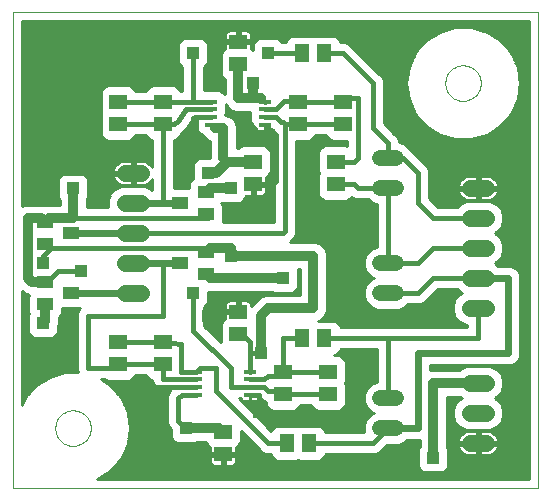
<source format=gtl>
G75*
%MOIN*%
%OFA0B0*%
%FSLAX24Y24*%
%IPPOS*%
%LPD*%
%AMOC8*
5,1,8,0,0,1.08239X$1,22.5*
%
%ADD10C,0.0000*%
%ADD11R,0.0591X0.0512*%
%ADD12C,0.0517*%
%ADD13R,0.0512X0.0591*%
%ADD14R,0.0394X0.0157*%
%ADD15C,0.0551*%
%ADD16R,0.0551X0.0394*%
%ADD17C,0.0160*%
%ADD18R,0.0425X0.0425*%
%ADD19C,0.0100*%
%ADD20C,0.0240*%
%ADD21C,0.0320*%
D10*
X000150Y000150D02*
X000150Y016020D01*
X017642Y016020D01*
X017642Y000150D01*
X000150Y000150D01*
X001559Y002150D02*
X001561Y002198D01*
X001567Y002246D01*
X001577Y002293D01*
X001590Y002339D01*
X001608Y002384D01*
X001628Y002428D01*
X001653Y002470D01*
X001681Y002509D01*
X001711Y002546D01*
X001745Y002580D01*
X001782Y002612D01*
X001820Y002641D01*
X001861Y002666D01*
X001904Y002688D01*
X001949Y002706D01*
X001995Y002720D01*
X002042Y002731D01*
X002090Y002738D01*
X002138Y002741D01*
X002186Y002740D01*
X002234Y002735D01*
X002282Y002726D01*
X002328Y002714D01*
X002373Y002697D01*
X002417Y002677D01*
X002459Y002654D01*
X002499Y002627D01*
X002537Y002597D01*
X002572Y002564D01*
X002604Y002528D01*
X002634Y002490D01*
X002660Y002449D01*
X002682Y002406D01*
X002702Y002362D01*
X002717Y002317D01*
X002729Y002270D01*
X002737Y002222D01*
X002741Y002174D01*
X002741Y002126D01*
X002737Y002078D01*
X002729Y002030D01*
X002717Y001983D01*
X002702Y001938D01*
X002682Y001894D01*
X002660Y001851D01*
X002634Y001810D01*
X002604Y001772D01*
X002572Y001736D01*
X002537Y001703D01*
X002499Y001673D01*
X002459Y001646D01*
X002417Y001623D01*
X002373Y001603D01*
X002328Y001586D01*
X002282Y001574D01*
X002234Y001565D01*
X002186Y001560D01*
X002138Y001559D01*
X002090Y001562D01*
X002042Y001569D01*
X001995Y001580D01*
X001949Y001594D01*
X001904Y001612D01*
X001861Y001634D01*
X001820Y001659D01*
X001782Y001688D01*
X001745Y001720D01*
X001711Y001754D01*
X001681Y001791D01*
X001653Y001830D01*
X001628Y001872D01*
X001608Y001916D01*
X001590Y001961D01*
X001577Y002007D01*
X001567Y002054D01*
X001561Y002102D01*
X001559Y002150D01*
X014559Y013650D02*
X014561Y013698D01*
X014567Y013746D01*
X014577Y013793D01*
X014590Y013839D01*
X014608Y013884D01*
X014628Y013928D01*
X014653Y013970D01*
X014681Y014009D01*
X014711Y014046D01*
X014745Y014080D01*
X014782Y014112D01*
X014820Y014141D01*
X014861Y014166D01*
X014904Y014188D01*
X014949Y014206D01*
X014995Y014220D01*
X015042Y014231D01*
X015090Y014238D01*
X015138Y014241D01*
X015186Y014240D01*
X015234Y014235D01*
X015282Y014226D01*
X015328Y014214D01*
X015373Y014197D01*
X015417Y014177D01*
X015459Y014154D01*
X015499Y014127D01*
X015537Y014097D01*
X015572Y014064D01*
X015604Y014028D01*
X015634Y013990D01*
X015660Y013949D01*
X015682Y013906D01*
X015702Y013862D01*
X015717Y013817D01*
X015729Y013770D01*
X015737Y013722D01*
X015741Y013674D01*
X015741Y013626D01*
X015737Y013578D01*
X015729Y013530D01*
X015717Y013483D01*
X015702Y013438D01*
X015682Y013394D01*
X015660Y013351D01*
X015634Y013310D01*
X015604Y013272D01*
X015572Y013236D01*
X015537Y013203D01*
X015499Y013173D01*
X015459Y013146D01*
X015417Y013123D01*
X015373Y013103D01*
X015328Y013086D01*
X015282Y013074D01*
X015234Y013065D01*
X015186Y013060D01*
X015138Y013059D01*
X015090Y013062D01*
X015042Y013069D01*
X014995Y013080D01*
X014949Y013094D01*
X014904Y013112D01*
X014861Y013134D01*
X014820Y013159D01*
X014782Y013188D01*
X014745Y013220D01*
X014711Y013254D01*
X014681Y013291D01*
X014653Y013330D01*
X014628Y013372D01*
X014608Y013416D01*
X014590Y013461D01*
X014577Y013507D01*
X014567Y013554D01*
X014561Y013602D01*
X014559Y013650D01*
D11*
X011150Y013024D03*
X011150Y012276D03*
X010900Y011024D03*
X010900Y010276D03*
X009650Y012276D03*
X009650Y013024D03*
X007650Y014276D03*
X007650Y015024D03*
X005150Y013024D03*
X005150Y012276D03*
X003650Y012276D03*
X003650Y013024D03*
X008150Y011024D03*
X008150Y010276D03*
X007650Y006024D03*
X007650Y005276D03*
X009150Y004024D03*
X009150Y003276D03*
X010650Y003276D03*
X010650Y004024D03*
X007150Y002024D03*
X007150Y001276D03*
X005150Y004276D03*
X005150Y005024D03*
X003650Y005024D03*
X003650Y004276D03*
D12*
X012391Y003150D02*
X012909Y003150D01*
X012909Y002150D02*
X012391Y002150D01*
X012391Y006650D02*
X012909Y006650D01*
X012909Y007650D02*
X012391Y007650D01*
X012391Y010150D02*
X012909Y010150D01*
X012909Y011150D02*
X012391Y011150D01*
D13*
X010524Y014650D03*
X009776Y014650D03*
X009776Y005150D03*
X010524Y005150D03*
X010024Y001650D03*
X009276Y001650D03*
D14*
X008041Y003267D03*
X008041Y003522D03*
X008041Y003778D03*
X008041Y004034D03*
X006259Y004034D03*
X006259Y003778D03*
X006259Y003522D03*
X006259Y003267D03*
X006759Y012267D03*
X006759Y012522D03*
X006759Y012778D03*
X006759Y013034D03*
X008541Y013034D03*
X008541Y012778D03*
X008541Y012522D03*
X008541Y012267D03*
D15*
X004426Y010650D02*
X003874Y010650D01*
X003874Y009650D02*
X004426Y009650D01*
X004426Y008650D02*
X003874Y008650D01*
X003874Y007650D02*
X004426Y007650D01*
X004426Y006650D02*
X003874Y006650D01*
X015374Y006150D02*
X015926Y006150D01*
X015926Y007150D02*
X015374Y007150D01*
X015374Y008150D02*
X015926Y008150D01*
X015926Y009150D02*
X015374Y009150D01*
X015374Y010150D02*
X015926Y010150D01*
X015926Y003650D02*
X015374Y003650D01*
X015374Y002650D02*
X015926Y002650D01*
X015926Y001650D02*
X015374Y001650D01*
D16*
X006583Y007276D03*
X006583Y008024D03*
X005717Y007650D03*
X006583Y009276D03*
X005717Y009650D03*
X006583Y010024D03*
X002083Y008650D03*
X001217Y008276D03*
X001217Y009024D03*
X001217Y007024D03*
X001217Y006276D03*
X002083Y006650D03*
D17*
X002400Y007400D02*
X001650Y007400D01*
X001274Y007024D01*
X001217Y007024D01*
X001150Y007650D02*
X001150Y007900D01*
X001400Y008150D01*
X001274Y008276D01*
X001217Y008276D01*
X001400Y008150D02*
X006457Y008150D01*
X006583Y008024D01*
X006709Y008150D01*
X006583Y007276D02*
X006709Y007150D01*
X006150Y006650D02*
X006150Y005400D01*
X007400Y004150D01*
X007400Y003522D01*
X008041Y003522D01*
X008528Y003522D01*
X008650Y003400D01*
X009026Y003400D01*
X009150Y003276D01*
X010650Y003276D01*
X010650Y004024D02*
X009150Y004024D01*
X009150Y005150D01*
X009776Y005150D01*
X010524Y005150D02*
X012650Y005150D01*
X015650Y005150D01*
X015650Y006150D01*
X015650Y007150D02*
X014150Y007150D01*
X013650Y006650D01*
X012650Y006650D01*
X012650Y007650D02*
X012650Y010150D01*
X011650Y010150D01*
X011524Y010276D01*
X010900Y010276D01*
X010900Y011024D02*
X011524Y011024D01*
X011650Y011150D01*
X011650Y013150D01*
X011276Y013150D01*
X011150Y013024D01*
X009650Y013024D01*
X009376Y013024D01*
X009350Y013050D01*
X009182Y013050D01*
X008912Y012780D01*
X008541Y012778D01*
X008541Y013034D02*
X008425Y013150D01*
X008541Y012522D02*
X008913Y012522D01*
X009085Y012350D01*
X009150Y012350D01*
X009224Y012276D01*
X009224Y008724D01*
X009150Y008650D01*
X004150Y008650D01*
X005150Y007650D02*
X005150Y005900D01*
X002650Y005900D01*
X002650Y004150D01*
X003524Y004150D01*
X003650Y004276D01*
X005150Y004276D01*
X005150Y003780D01*
X006259Y003778D01*
X006259Y003522D02*
X004650Y003520D01*
X005650Y003150D02*
X005650Y002400D01*
X005900Y002150D01*
X005650Y003150D02*
X005767Y003267D01*
X006259Y003267D01*
X006900Y003400D02*
X008650Y001650D01*
X009276Y001650D01*
X010024Y001650D02*
X012150Y001650D01*
X012650Y002150D01*
X012650Y003150D02*
X012650Y005150D01*
X012650Y007650D02*
X013650Y007650D01*
X014150Y008150D01*
X015650Y008150D01*
X015650Y009150D02*
X014150Y009150D01*
X013650Y009650D01*
X013650Y010650D01*
X013150Y011150D01*
X012650Y011150D01*
X012650Y011650D01*
X012150Y012150D01*
X012150Y013650D01*
X011150Y014650D01*
X010524Y014650D01*
X009776Y014650D02*
X008650Y014650D01*
X007650Y015024D02*
X007650Y015650D01*
X012650Y015650D01*
X012650Y013150D01*
X014650Y011150D01*
X015650Y011150D01*
X015650Y010150D01*
X017150Y010150D01*
X017150Y001650D01*
X015650Y001650D01*
X015650Y000650D01*
X007150Y000650D01*
X007150Y001276D01*
X007150Y002024D02*
X007024Y002150D01*
X008350Y002700D02*
X008350Y003250D01*
X008041Y003267D01*
X008041Y003778D02*
X008528Y003778D01*
X008650Y003900D01*
X009026Y003900D01*
X009150Y004024D01*
X008400Y004650D02*
X008382Y004668D01*
X008041Y004668D01*
X008041Y005009D01*
X007900Y005150D01*
X007776Y005150D01*
X007650Y005276D01*
X008041Y004668D02*
X008041Y004034D01*
X006900Y004150D02*
X006900Y003400D01*
X006900Y004150D02*
X006375Y004150D01*
X006259Y004034D01*
X005750Y004035D01*
X005750Y004950D01*
X005150Y005024D01*
X003650Y005024D01*
X006650Y005900D02*
X007150Y006024D01*
X007650Y006024D01*
X008150Y009150D02*
X008150Y010276D01*
X008776Y010276D01*
X008900Y010400D01*
X008900Y011907D01*
X008541Y012267D01*
X009224Y012276D02*
X009650Y012276D01*
X011150Y012276D01*
X007650Y015650D02*
X000650Y015650D01*
X000650Y010650D01*
X004150Y010650D01*
X005150Y009650D02*
X005150Y012276D01*
X003650Y012276D01*
X003650Y013024D02*
X005150Y013024D01*
X006150Y013024D01*
X006150Y014650D01*
X006150Y013024D02*
X006749Y013024D01*
X006759Y013034D01*
X006759Y012778D02*
X005900Y012780D01*
X005650Y012400D01*
X005526Y012276D01*
X005150Y012276D01*
X006150Y012472D02*
X006150Y011650D01*
X006759Y012267D02*
X006876Y012150D01*
X006759Y012522D02*
X006200Y012522D01*
X006150Y012472D01*
X007150Y011150D02*
X007276Y011024D01*
X006709Y010150D02*
X006583Y010024D01*
X006583Y009276D02*
X006583Y009217D01*
X006650Y009150D01*
X002150Y009150D01*
X001343Y009150D02*
X001217Y009024D01*
D18*
X002150Y010150D03*
X001150Y007650D03*
X002400Y007400D03*
X001150Y005650D03*
X001650Y004650D03*
X004650Y003520D03*
X005900Y002150D03*
X008350Y002700D03*
X008400Y004650D03*
X006650Y005900D03*
X006150Y006650D03*
X007400Y007900D03*
X008150Y009150D03*
X007400Y010150D03*
X006650Y010650D03*
X006150Y011650D03*
X008150Y013650D03*
X008650Y014650D03*
X006150Y014650D03*
X010150Y009150D03*
X009150Y007150D03*
X014150Y001150D03*
D19*
X014653Y001135D02*
X017352Y001135D01*
X017352Y001037D02*
X014653Y001037D01*
X014653Y000938D02*
X017352Y000938D01*
X017352Y000840D02*
X014636Y000840D01*
X014653Y000880D02*
X014653Y001420D01*
X014608Y001527D01*
X014600Y001535D01*
X014600Y003200D01*
X015025Y003200D01*
X015054Y003171D01*
X015104Y003150D01*
X015054Y003129D01*
X014895Y002970D01*
X014809Y002763D01*
X014809Y002537D01*
X014895Y002330D01*
X015054Y002171D01*
X015262Y002084D01*
X016038Y002084D01*
X016246Y002171D01*
X016405Y002330D01*
X016491Y002537D01*
X016491Y002763D01*
X016405Y002970D01*
X016246Y003129D01*
X016196Y003150D01*
X016246Y003171D01*
X016405Y003330D01*
X016491Y003537D01*
X016491Y003763D01*
X016405Y003970D01*
X016246Y004129D01*
X016038Y004216D01*
X015262Y004216D01*
X015054Y004129D01*
X015025Y004100D01*
X014060Y004100D01*
X014060Y004240D01*
X016732Y004240D01*
X016882Y004302D01*
X016998Y004418D01*
X017060Y004568D01*
X017060Y007232D01*
X016998Y007382D01*
X016882Y007498D01*
X016732Y007560D01*
X016315Y007560D01*
X016246Y007629D01*
X016196Y007650D01*
X016246Y007671D01*
X016405Y007830D01*
X016491Y008037D01*
X016491Y008263D01*
X016405Y008470D01*
X016246Y008629D01*
X016196Y008650D01*
X016246Y008671D01*
X016405Y008830D01*
X016491Y009037D01*
X016491Y009263D01*
X016405Y009470D01*
X016246Y009629D01*
X016038Y009716D01*
X015262Y009716D01*
X015054Y009629D01*
X014945Y009520D01*
X014303Y009520D01*
X014020Y009803D01*
X015166Y009803D01*
X015183Y009792D02*
X015256Y009761D01*
X015335Y009746D01*
X015602Y009746D01*
X015602Y010102D01*
X015698Y010102D01*
X015698Y009746D01*
X015965Y009746D01*
X016044Y009761D01*
X016117Y009792D01*
X016183Y009836D01*
X016240Y009892D01*
X016284Y009958D01*
X016314Y010032D01*
X016328Y010102D01*
X015698Y010102D01*
X015698Y010198D01*
X015602Y010198D01*
X015602Y010102D01*
X014972Y010102D01*
X014986Y010032D01*
X015016Y009958D01*
X015060Y009892D01*
X015117Y009836D01*
X015183Y009792D01*
X015235Y009705D02*
X014119Y009705D01*
X014217Y009606D02*
X015031Y009606D01*
X015054Y009902D02*
X014020Y009902D01*
X014020Y010000D02*
X014999Y010000D01*
X014972Y010099D02*
X014020Y010099D01*
X014020Y010197D02*
X015602Y010197D01*
X015602Y010198D02*
X014972Y010198D01*
X014986Y010268D01*
X015016Y010342D01*
X015060Y010408D01*
X015117Y010464D01*
X015183Y010508D01*
X015256Y010539D01*
X015335Y010554D01*
X015602Y010554D01*
X015602Y010198D01*
X015698Y010198D02*
X015698Y010554D01*
X015965Y010554D01*
X016044Y010539D01*
X016117Y010508D01*
X016183Y010464D01*
X016240Y010408D01*
X016284Y010342D01*
X016314Y010268D01*
X016328Y010198D01*
X015698Y010198D01*
X015698Y010197D02*
X017352Y010197D01*
X017352Y010099D02*
X016328Y010099D01*
X016301Y010000D02*
X017352Y010000D01*
X017352Y009902D02*
X016246Y009902D01*
X016134Y009803D02*
X017352Y009803D01*
X017352Y009705D02*
X016065Y009705D01*
X016269Y009606D02*
X017352Y009606D01*
X017352Y009508D02*
X016368Y009508D01*
X016430Y009409D02*
X017352Y009409D01*
X017352Y009311D02*
X016471Y009311D01*
X016491Y009212D02*
X017352Y009212D01*
X017352Y009114D02*
X016491Y009114D01*
X016482Y009015D02*
X017352Y009015D01*
X017352Y008917D02*
X016441Y008917D01*
X016393Y008818D02*
X017352Y008818D01*
X017352Y008720D02*
X016295Y008720D01*
X016254Y008621D02*
X017352Y008621D01*
X017352Y008523D02*
X016353Y008523D01*
X016424Y008424D02*
X017352Y008424D01*
X017352Y008326D02*
X016465Y008326D01*
X016491Y008227D02*
X017352Y008227D01*
X017352Y008129D02*
X016491Y008129D01*
X016488Y008030D02*
X017352Y008030D01*
X017352Y007932D02*
X016447Y007932D01*
X016406Y007833D02*
X017352Y007833D01*
X017352Y007735D02*
X016310Y007735D01*
X016230Y007636D02*
X017352Y007636D01*
X017352Y007538D02*
X016786Y007538D01*
X016941Y007439D02*
X017352Y007439D01*
X017352Y007341D02*
X017015Y007341D01*
X017056Y007242D02*
X017352Y007242D01*
X017352Y007144D02*
X017060Y007144D01*
X017060Y007045D02*
X017352Y007045D01*
X017352Y006947D02*
X017060Y006947D01*
X017060Y006848D02*
X017352Y006848D01*
X017352Y006750D02*
X017060Y006750D01*
X017060Y006651D02*
X017352Y006651D01*
X017352Y006553D02*
X017060Y006553D01*
X017060Y006454D02*
X017352Y006454D01*
X017352Y006356D02*
X017060Y006356D01*
X017060Y006257D02*
X017352Y006257D01*
X017352Y006159D02*
X017060Y006159D01*
X017060Y006060D02*
X017352Y006060D01*
X017352Y005962D02*
X017060Y005962D01*
X017060Y005863D02*
X017352Y005863D01*
X017352Y005765D02*
X017060Y005765D01*
X017060Y005666D02*
X017352Y005666D01*
X017352Y005568D02*
X017060Y005568D01*
X017060Y005469D02*
X017352Y005469D01*
X017352Y005371D02*
X017060Y005371D01*
X017060Y005272D02*
X017352Y005272D01*
X017352Y005174D02*
X017060Y005174D01*
X017060Y005075D02*
X017352Y005075D01*
X017352Y004977D02*
X017060Y004977D01*
X017060Y004878D02*
X017352Y004878D01*
X017352Y004780D02*
X017060Y004780D01*
X017060Y004681D02*
X017352Y004681D01*
X017352Y004583D02*
X017060Y004583D01*
X017025Y004484D02*
X017352Y004484D01*
X017352Y004386D02*
X016965Y004386D01*
X016845Y004287D02*
X017352Y004287D01*
X017352Y004189D02*
X016103Y004189D01*
X016285Y004090D02*
X017352Y004090D01*
X017352Y003992D02*
X016384Y003992D01*
X016437Y003893D02*
X017352Y003893D01*
X017352Y003795D02*
X016478Y003795D01*
X016491Y003696D02*
X017352Y003696D01*
X017352Y003598D02*
X016491Y003598D01*
X016475Y003499D02*
X017352Y003499D01*
X017352Y003401D02*
X016434Y003401D01*
X016377Y003302D02*
X017352Y003302D01*
X017352Y003204D02*
X016279Y003204D01*
X016270Y003105D02*
X017352Y003105D01*
X017352Y003007D02*
X016369Y003007D01*
X016431Y002908D02*
X017352Y002908D01*
X017352Y002810D02*
X016472Y002810D01*
X016491Y002711D02*
X017352Y002711D01*
X017352Y002613D02*
X016491Y002613D01*
X016481Y002514D02*
X017352Y002514D01*
X017352Y002416D02*
X016441Y002416D01*
X016392Y002317D02*
X017352Y002317D01*
X017352Y002219D02*
X016294Y002219D01*
X016124Y002120D02*
X017352Y002120D01*
X017352Y002022D02*
X016085Y002022D01*
X016117Y002008D02*
X016044Y002039D01*
X015965Y002054D01*
X015698Y002054D01*
X015698Y001698D01*
X015602Y001698D01*
X015602Y002054D01*
X015335Y002054D01*
X015256Y002039D01*
X015183Y002008D01*
X015117Y001964D01*
X015060Y001908D01*
X015016Y001842D01*
X014986Y001768D01*
X014972Y001698D01*
X015602Y001698D01*
X015602Y001602D01*
X015698Y001602D01*
X015698Y001698D01*
X016328Y001698D01*
X016314Y001768D01*
X016284Y001842D01*
X016240Y001908D01*
X016183Y001964D01*
X016117Y002008D01*
X016224Y001923D02*
X017352Y001923D01*
X017352Y001825D02*
X016291Y001825D01*
X016323Y001726D02*
X017352Y001726D01*
X017352Y001628D02*
X015698Y001628D01*
X015698Y001602D02*
X016328Y001602D01*
X016314Y001532D01*
X016284Y001458D01*
X016240Y001392D01*
X016183Y001336D01*
X016117Y001292D01*
X016044Y001261D01*
X015965Y001246D01*
X015698Y001246D01*
X015698Y001602D01*
X015698Y001529D02*
X015602Y001529D01*
X015602Y001602D02*
X015602Y001246D01*
X015335Y001246D01*
X015256Y001261D01*
X015183Y001292D01*
X015117Y001336D01*
X015060Y001392D01*
X015016Y001458D01*
X014986Y001532D01*
X014972Y001602D01*
X015602Y001602D01*
X015602Y001628D02*
X014600Y001628D01*
X014600Y001726D02*
X014977Y001726D01*
X015009Y001825D02*
X014600Y001825D01*
X014600Y001923D02*
X015076Y001923D01*
X015215Y002022D02*
X014600Y002022D01*
X014600Y002120D02*
X015176Y002120D01*
X015006Y002219D02*
X014600Y002219D01*
X014600Y002317D02*
X014908Y002317D01*
X014859Y002416D02*
X014600Y002416D01*
X014600Y002514D02*
X014819Y002514D01*
X014809Y002613D02*
X014600Y002613D01*
X014600Y002711D02*
X014809Y002711D01*
X014828Y002810D02*
X014600Y002810D01*
X014600Y002908D02*
X014869Y002908D01*
X014931Y003007D02*
X014600Y003007D01*
X014600Y003105D02*
X015030Y003105D01*
X015197Y004189D02*
X014060Y004189D01*
X014060Y004100D02*
X014060Y004100D01*
X015054Y005671D02*
X015262Y005584D01*
X015280Y005584D01*
X015280Y005520D01*
X012576Y005520D01*
X011063Y005520D01*
X011026Y005610D01*
X010944Y005691D01*
X010838Y005735D01*
X010325Y005735D01*
X010405Y005769D01*
X010531Y005895D01*
X010600Y006060D01*
X014809Y006060D01*
X014809Y006037D02*
X014895Y005830D01*
X015054Y005671D01*
X015065Y005666D02*
X010969Y005666D01*
X011043Y005568D02*
X015280Y005568D01*
X014960Y005765D02*
X010395Y005765D01*
X010499Y005863D02*
X014881Y005863D01*
X014840Y005962D02*
X010559Y005962D01*
X010600Y006060D02*
X010600Y007990D01*
X010531Y008155D01*
X010405Y008281D01*
X010240Y008350D01*
X009373Y008350D01*
X009434Y008410D01*
X009538Y008514D01*
X009594Y008650D01*
X009594Y011730D01*
X010003Y011730D01*
X010110Y011774D01*
X010191Y011856D01*
X010212Y011906D01*
X010588Y011906D01*
X010609Y011856D01*
X010690Y011774D01*
X010797Y011730D01*
X011280Y011730D01*
X011280Y011559D01*
X011253Y011570D01*
X010547Y011570D01*
X010440Y011526D01*
X010359Y011444D01*
X010315Y011338D01*
X010315Y010710D01*
X010340Y010650D01*
X010315Y010590D01*
X010315Y009962D01*
X010359Y009856D01*
X010440Y009774D01*
X010547Y009730D01*
X011253Y009730D01*
X011360Y009774D01*
X011431Y009846D01*
X011440Y009836D01*
X011576Y009780D01*
X011985Y009780D01*
X012080Y009685D01*
X012280Y009602D01*
X012280Y008198D01*
X012080Y008115D01*
X011926Y007961D01*
X011843Y007759D01*
X011843Y007541D01*
X011926Y007339D01*
X012080Y007185D01*
X012164Y007150D01*
X012080Y007115D01*
X011926Y006961D01*
X011843Y006759D01*
X011843Y006541D01*
X011926Y006339D01*
X012080Y006185D01*
X012282Y006101D01*
X013018Y006101D01*
X013220Y006185D01*
X013315Y006280D01*
X013724Y006280D01*
X013860Y006336D01*
X013964Y006440D01*
X014303Y006780D01*
X014945Y006780D01*
X015054Y006671D01*
X015104Y006650D01*
X015054Y006629D01*
X014895Y006470D01*
X014809Y006263D01*
X014809Y006037D01*
X014809Y006159D02*
X013156Y006159D01*
X013292Y006257D02*
X014809Y006257D01*
X014847Y006356D02*
X013879Y006356D01*
X013977Y006454D02*
X014888Y006454D01*
X014977Y006553D02*
X014076Y006553D01*
X014174Y006651D02*
X015101Y006651D01*
X014975Y006750D02*
X014273Y006750D01*
X012149Y007144D02*
X010600Y007144D01*
X010600Y007242D02*
X012023Y007242D01*
X011925Y007341D02*
X010600Y007341D01*
X010600Y007439D02*
X011885Y007439D01*
X011844Y007538D02*
X010600Y007538D01*
X010600Y007636D02*
X011843Y007636D01*
X011843Y007735D02*
X010600Y007735D01*
X010600Y007833D02*
X011873Y007833D01*
X011914Y007932D02*
X010600Y007932D01*
X010583Y008030D02*
X011995Y008030D01*
X012113Y008129D02*
X010542Y008129D01*
X010459Y008227D02*
X012280Y008227D01*
X012280Y008326D02*
X010299Y008326D01*
X009582Y008621D02*
X012280Y008621D01*
X012280Y008523D02*
X009541Y008523D01*
X009447Y008424D02*
X012280Y008424D01*
X012280Y008720D02*
X009594Y008720D01*
X009594Y008818D02*
X012280Y008818D01*
X012280Y008917D02*
X009594Y008917D01*
X009594Y009015D02*
X012280Y009015D01*
X012280Y009114D02*
X009594Y009114D01*
X009594Y009212D02*
X012280Y009212D01*
X012280Y009311D02*
X009594Y009311D01*
X009594Y009409D02*
X012280Y009409D01*
X012280Y009508D02*
X009594Y009508D01*
X009594Y009606D02*
X012271Y009606D01*
X012061Y009705D02*
X009594Y009705D01*
X009594Y009803D02*
X010412Y009803D01*
X010340Y009902D02*
X009594Y009902D01*
X009594Y010000D02*
X010315Y010000D01*
X010315Y010099D02*
X009594Y010099D01*
X009594Y010197D02*
X010315Y010197D01*
X010315Y010296D02*
X009594Y010296D01*
X009594Y010394D02*
X010315Y010394D01*
X010315Y010493D02*
X009594Y010493D01*
X009594Y010591D02*
X010315Y010591D01*
X010323Y010690D02*
X009594Y010690D01*
X009594Y010788D02*
X010315Y010788D01*
X010315Y010887D02*
X009594Y010887D01*
X009594Y010985D02*
X010315Y010985D01*
X010315Y011084D02*
X009594Y011084D01*
X009594Y011182D02*
X010315Y011182D01*
X010315Y011281D02*
X009594Y011281D01*
X009594Y011379D02*
X010332Y011379D01*
X010392Y011478D02*
X009594Y011478D01*
X009594Y011576D02*
X011280Y011576D01*
X011280Y011675D02*
X009594Y011675D01*
X010107Y011773D02*
X010693Y011773D01*
X010602Y011872D02*
X010198Y011872D01*
X008854Y011872D02*
X007600Y011872D01*
X007600Y011970D02*
X008854Y011970D01*
X008854Y012058D02*
X008854Y009020D01*
X007148Y009020D01*
X007149Y009021D01*
X007149Y009531D01*
X007105Y009637D01*
X007092Y009650D01*
X007101Y009659D01*
X007130Y009647D01*
X007670Y009647D01*
X007777Y009692D01*
X007858Y009773D01*
X007903Y009880D01*
X007903Y009891D01*
X008100Y009891D01*
X008100Y010226D01*
X008200Y010226D01*
X008200Y010326D01*
X008574Y010326D01*
X008574Y010508D01*
X008610Y010522D01*
X008691Y010604D01*
X008735Y010710D01*
X008735Y011338D01*
X008691Y011444D01*
X008610Y011526D01*
X008503Y011570D01*
X007797Y011570D01*
X007690Y011526D01*
X007639Y011474D01*
X007600Y011474D01*
X007600Y012240D01*
X007531Y012405D01*
X007405Y012531D01*
X007240Y012600D01*
X007229Y012600D01*
X007246Y012642D01*
X007246Y012950D01*
X007269Y012895D01*
X007395Y012769D01*
X007560Y012700D01*
X008054Y012700D01*
X008054Y012659D01*
X008054Y012386D01*
X008098Y012279D01*
X008179Y012198D01*
X008215Y012183D01*
X008215Y012171D01*
X008224Y012138D01*
X008241Y012109D01*
X008265Y012085D01*
X008294Y012068D01*
X008327Y012059D01*
X008541Y012059D01*
X008754Y012059D01*
X008787Y012068D01*
X008816Y012085D01*
X008822Y012090D01*
X008854Y012058D01*
X008843Y012069D02*
X008788Y012069D01*
X008854Y011773D02*
X007600Y011773D01*
X007600Y011675D02*
X008854Y011675D01*
X008854Y011576D02*
X007600Y011576D01*
X007600Y011478D02*
X007642Y011478D01*
X007600Y012069D02*
X008293Y012069D01*
X008216Y012167D02*
X007600Y012167D01*
X007589Y012266D02*
X008112Y012266D01*
X008063Y012364D02*
X007548Y012364D01*
X007474Y012463D02*
X008054Y012463D01*
X008054Y012561D02*
X007334Y012561D01*
X007246Y012660D02*
X008054Y012660D01*
X008541Y012152D02*
X008541Y012152D01*
X008541Y012059D01*
X008541Y012152D01*
X008541Y012069D02*
X008541Y012069D01*
X008658Y011478D02*
X008854Y011478D01*
X008854Y011379D02*
X008718Y011379D01*
X008735Y011281D02*
X008854Y011281D01*
X008854Y011182D02*
X008735Y011182D01*
X008735Y011084D02*
X008854Y011084D01*
X008854Y010985D02*
X008735Y010985D01*
X008735Y010887D02*
X008854Y010887D01*
X008854Y010788D02*
X008735Y010788D01*
X008727Y010690D02*
X008854Y010690D01*
X008854Y010591D02*
X008678Y010591D01*
X008574Y010493D02*
X008854Y010493D01*
X008854Y010394D02*
X008574Y010394D01*
X008574Y010226D02*
X008200Y010226D01*
X008200Y009891D01*
X008462Y009891D01*
X008495Y009900D01*
X008524Y009917D01*
X008548Y009941D01*
X008565Y009970D01*
X008574Y010003D01*
X008574Y010226D01*
X008574Y010197D02*
X008854Y010197D01*
X008854Y010099D02*
X008574Y010099D01*
X008573Y010000D02*
X008854Y010000D01*
X008854Y009902D02*
X008497Y009902D01*
X008200Y009902D02*
X008100Y009902D01*
X008100Y010000D02*
X008200Y010000D01*
X008200Y010099D02*
X008100Y010099D01*
X008100Y010197D02*
X008200Y010197D01*
X008200Y010296D02*
X008854Y010296D01*
X008854Y009803D02*
X007871Y009803D01*
X007790Y009705D02*
X008854Y009705D01*
X008854Y009606D02*
X007117Y009606D01*
X007149Y009508D02*
X008854Y009508D01*
X008854Y009409D02*
X007149Y009409D01*
X007149Y009311D02*
X008854Y009311D01*
X008854Y009212D02*
X007149Y009212D01*
X007149Y009114D02*
X008854Y009114D01*
X009640Y007450D02*
X009700Y007450D01*
X009700Y006600D01*
X008560Y006600D01*
X008395Y006531D01*
X008145Y006281D01*
X008074Y006210D01*
X008074Y006297D01*
X008065Y006330D01*
X008048Y006359D01*
X008024Y006383D01*
X007995Y006400D01*
X007962Y006409D01*
X007700Y006409D01*
X007700Y006074D01*
X007600Y006074D01*
X007600Y005974D01*
X007226Y005974D01*
X007226Y005792D01*
X007190Y005778D01*
X007109Y005696D01*
X007065Y005590D01*
X007065Y005009D01*
X006520Y005553D01*
X006520Y006189D01*
X006527Y006192D01*
X006608Y006273D01*
X006653Y006380D01*
X006653Y006700D01*
X008765Y006700D01*
X008773Y006692D01*
X008880Y006647D01*
X009420Y006647D01*
X009527Y006692D01*
X009608Y006773D01*
X009653Y006880D01*
X009653Y007420D01*
X009640Y007450D01*
X009645Y007439D02*
X009700Y007439D01*
X009700Y007341D02*
X009653Y007341D01*
X009653Y007242D02*
X009700Y007242D01*
X009700Y007144D02*
X009653Y007144D01*
X009653Y007045D02*
X009700Y007045D01*
X009700Y006947D02*
X009653Y006947D01*
X009639Y006848D02*
X009700Y006848D01*
X009700Y006750D02*
X009585Y006750D01*
X009700Y006651D02*
X009429Y006651D01*
X008871Y006651D02*
X006653Y006651D01*
X006653Y006553D02*
X008446Y006553D01*
X008318Y006454D02*
X006653Y006454D01*
X006643Y006356D02*
X007250Y006356D01*
X007252Y006359D02*
X007235Y006330D01*
X007226Y006297D01*
X007226Y006074D01*
X007600Y006074D01*
X007600Y006409D01*
X007338Y006409D01*
X007305Y006400D01*
X007276Y006383D01*
X007252Y006359D01*
X007226Y006257D02*
X006592Y006257D01*
X006520Y006159D02*
X007226Y006159D01*
X007226Y005962D02*
X006520Y005962D01*
X006520Y006060D02*
X007600Y006060D01*
X007600Y006159D02*
X007700Y006159D01*
X007700Y006257D02*
X007600Y006257D01*
X007600Y006356D02*
X007700Y006356D01*
X008050Y006356D02*
X008219Y006356D01*
X008121Y006257D02*
X008074Y006257D01*
X007226Y005863D02*
X006520Y005863D01*
X006520Y005765D02*
X007177Y005765D01*
X007096Y005666D02*
X006520Y005666D01*
X006520Y005568D02*
X007065Y005568D01*
X007065Y005469D02*
X006604Y005469D01*
X006703Y005371D02*
X007065Y005371D01*
X007065Y005272D02*
X006801Y005272D01*
X006900Y005174D02*
X007065Y005174D01*
X007065Y005075D02*
X006998Y005075D01*
X005386Y003410D02*
X005336Y003360D01*
X005280Y003224D01*
X005280Y002326D01*
X005336Y002190D01*
X005397Y002129D01*
X005397Y001880D01*
X005442Y001773D01*
X005523Y001692D01*
X005630Y001647D01*
X006170Y001647D01*
X006277Y001692D01*
X006285Y001700D01*
X006569Y001700D01*
X006609Y001604D01*
X006690Y001522D01*
X006726Y001508D01*
X006726Y001326D01*
X007100Y001326D01*
X007100Y001226D01*
X006726Y001226D01*
X006726Y001003D01*
X006735Y000970D01*
X006752Y000941D01*
X006776Y000917D01*
X006805Y000900D01*
X006838Y000891D01*
X007100Y000891D01*
X007100Y001226D01*
X007200Y001226D01*
X007200Y001326D01*
X007574Y001326D01*
X007574Y001508D01*
X007610Y001522D01*
X007691Y001604D01*
X007735Y001710D01*
X007735Y002041D01*
X008336Y001440D01*
X008440Y001336D01*
X008576Y001280D01*
X008737Y001280D01*
X008774Y001190D01*
X008856Y001109D01*
X008962Y001065D01*
X009590Y001065D01*
X009650Y001090D01*
X009710Y001065D01*
X010338Y001065D01*
X010444Y001109D01*
X010526Y001190D01*
X010563Y001280D01*
X012224Y001280D01*
X012360Y001336D01*
X012625Y001601D01*
X013018Y001601D01*
X013220Y001685D01*
X013275Y001740D01*
X013700Y001740D01*
X013700Y001535D01*
X013692Y001527D01*
X013647Y001420D01*
X013647Y000880D01*
X013692Y000773D01*
X013773Y000692D01*
X013880Y000647D01*
X014420Y000647D01*
X014527Y000692D01*
X014608Y000773D01*
X014653Y000880D01*
X014576Y000741D02*
X017352Y000741D01*
X017352Y000643D02*
X003265Y000643D01*
X003388Y000722D02*
X003740Y001128D01*
X003963Y001618D01*
X003963Y001618D01*
X004040Y002150D01*
X003963Y002682D01*
X003963Y002682D01*
X003740Y003172D01*
X003388Y003578D01*
X003074Y003780D01*
X003185Y003780D01*
X003190Y003774D01*
X003297Y003730D01*
X004003Y003730D01*
X004110Y003774D01*
X004191Y003856D01*
X004212Y003906D01*
X004588Y003906D01*
X004609Y003856D01*
X004690Y003774D01*
X004780Y003737D01*
X004780Y003707D01*
X004780Y003707D01*
X004780Y003706D01*
X004808Y003639D01*
X004836Y003571D01*
X004836Y003571D01*
X004836Y003570D01*
X004888Y003519D01*
X004940Y003467D01*
X004940Y003467D01*
X004940Y003466D01*
X005008Y003438D01*
X005076Y003410D01*
X005076Y003410D01*
X005076Y003410D01*
X005150Y003410D01*
X005386Y003410D01*
X005377Y003401D02*
X003542Y003401D01*
X003456Y003499D02*
X004908Y003499D01*
X004825Y003598D02*
X003358Y003598D01*
X003388Y003578D02*
X003388Y003578D01*
X003205Y003696D02*
X004784Y003696D01*
X004670Y003795D02*
X004130Y003795D01*
X004207Y003893D02*
X004593Y003893D01*
X005312Y003302D02*
X003627Y003302D01*
X003713Y003204D02*
X005280Y003204D01*
X005280Y003105D02*
X003770Y003105D01*
X003740Y003172D02*
X003740Y003172D01*
X003815Y003007D02*
X005280Y003007D01*
X005280Y002908D02*
X003860Y002908D01*
X003905Y002810D02*
X005280Y002810D01*
X005280Y002711D02*
X003950Y002711D01*
X003974Y002613D02*
X005280Y002613D01*
X005280Y002514D02*
X003988Y002514D01*
X004002Y002416D02*
X005280Y002416D01*
X005284Y002317D02*
X004016Y002317D01*
X004030Y002219D02*
X005325Y002219D01*
X005397Y002120D02*
X004036Y002120D01*
X004022Y002022D02*
X005397Y002022D01*
X005397Y001923D02*
X004007Y001923D01*
X003993Y001825D02*
X005420Y001825D01*
X005489Y001726D02*
X003979Y001726D01*
X003965Y001628D02*
X006599Y001628D01*
X006684Y001529D02*
X003923Y001529D01*
X003878Y001431D02*
X006726Y001431D01*
X006726Y001332D02*
X003833Y001332D01*
X003788Y001234D02*
X007100Y001234D01*
X007100Y001135D02*
X007200Y001135D01*
X007200Y001226D02*
X007200Y000891D01*
X007462Y000891D01*
X007495Y000900D01*
X007524Y000917D01*
X007548Y000941D01*
X007565Y000970D01*
X007574Y001003D01*
X007574Y001226D01*
X007200Y001226D01*
X007200Y001234D02*
X008756Y001234D01*
X008830Y001135D02*
X007574Y001135D01*
X007574Y001037D02*
X013647Y001037D01*
X013647Y001135D02*
X010470Y001135D01*
X010544Y001234D02*
X013647Y001234D01*
X013647Y001332D02*
X012349Y001332D01*
X012454Y001431D02*
X013652Y001431D01*
X013694Y001529D02*
X012552Y001529D01*
X013081Y001628D02*
X013700Y001628D01*
X013700Y001726D02*
X013261Y001726D01*
X013647Y000938D02*
X007545Y000938D01*
X007200Y000938D02*
X007100Y000938D01*
X007100Y001037D02*
X007200Y001037D01*
X007574Y001332D02*
X008451Y001332D01*
X008346Y001431D02*
X007574Y001431D01*
X007616Y001529D02*
X008248Y001529D01*
X008149Y001628D02*
X007701Y001628D01*
X007735Y001726D02*
X008051Y001726D01*
X007952Y001825D02*
X007735Y001825D01*
X007735Y001923D02*
X007854Y001923D01*
X007755Y002022D02*
X007735Y002022D01*
X008309Y002514D02*
X011979Y002514D01*
X011926Y002461D02*
X011843Y002259D01*
X011843Y002041D01*
X011851Y002020D01*
X010563Y002020D01*
X010526Y002110D01*
X010444Y002191D01*
X010338Y002235D01*
X009710Y002235D01*
X009650Y002210D01*
X009590Y002235D01*
X008962Y002235D01*
X008856Y002191D01*
X008774Y002110D01*
X008757Y002067D01*
X007671Y003152D01*
X007720Y003152D01*
X007724Y003138D01*
X007741Y003109D01*
X007765Y003085D01*
X007794Y003068D01*
X007827Y003059D01*
X008041Y003059D01*
X008254Y003059D01*
X008287Y003068D01*
X008316Y003085D01*
X008340Y003109D01*
X008357Y003138D01*
X008361Y003152D01*
X008374Y003152D01*
X008440Y003086D01*
X008565Y003035D01*
X008565Y002962D01*
X008609Y002856D01*
X008690Y002774D01*
X008797Y002730D01*
X009503Y002730D01*
X009610Y002774D01*
X009691Y002856D01*
X009712Y002906D01*
X010088Y002906D01*
X010109Y002856D01*
X010190Y002774D01*
X010297Y002730D01*
X011003Y002730D01*
X011110Y002774D01*
X011191Y002856D01*
X011235Y002962D01*
X011235Y003590D01*
X011210Y003650D01*
X011235Y003710D01*
X011235Y004338D01*
X011191Y004444D01*
X011110Y004526D01*
X011003Y004570D01*
X010850Y004570D01*
X010944Y004609D01*
X011026Y004690D01*
X011063Y004780D01*
X012280Y004780D01*
X012280Y003698D01*
X012080Y003615D01*
X011926Y003461D01*
X011843Y003259D01*
X011843Y003041D01*
X011926Y002839D01*
X012080Y002685D01*
X012164Y002650D01*
X012080Y002615D01*
X011926Y002461D01*
X011907Y002416D02*
X008408Y002416D01*
X008506Y002317D02*
X011866Y002317D01*
X011843Y002219D02*
X010378Y002219D01*
X010515Y002120D02*
X011843Y002120D01*
X011851Y002022D02*
X010562Y002022D01*
X010155Y002810D02*
X009645Y002810D01*
X009630Y002219D02*
X009670Y002219D01*
X008922Y002219D02*
X008605Y002219D01*
X008703Y002120D02*
X008785Y002120D01*
X008211Y002613D02*
X012078Y002613D01*
X012054Y002711D02*
X008112Y002711D01*
X008014Y002810D02*
X008655Y002810D01*
X008587Y002908D02*
X007915Y002908D01*
X007817Y003007D02*
X008565Y003007D01*
X008422Y003105D02*
X008337Y003105D01*
X008041Y003105D02*
X008041Y003105D01*
X008041Y003059D02*
X008041Y003152D01*
X008041Y003152D01*
X008041Y003059D01*
X007744Y003105D02*
X007718Y003105D01*
X006726Y001135D02*
X003743Y001135D01*
X003661Y001037D02*
X006726Y001037D01*
X006755Y000938D02*
X003575Y000938D01*
X003490Y000840D02*
X013664Y000840D01*
X013724Y000741D02*
X003404Y000741D01*
X003388Y000722D02*
X003388Y000722D01*
X002949Y000440D01*
X017352Y000440D01*
X017352Y015730D01*
X000440Y015730D01*
X000440Y009550D01*
X000560Y009600D01*
X001180Y009600D01*
X001217Y009585D01*
X001253Y009600D01*
X001700Y009600D01*
X001700Y009765D01*
X001692Y009773D01*
X001647Y009880D01*
X001647Y010420D01*
X001692Y010527D01*
X001773Y010608D01*
X001880Y010653D01*
X002420Y010653D01*
X002527Y010608D01*
X002608Y010527D01*
X002653Y010420D01*
X002653Y009880D01*
X002608Y009773D01*
X002600Y009765D01*
X002600Y009520D01*
X003316Y009520D01*
X003309Y009537D01*
X003309Y009763D01*
X003395Y009970D01*
X003554Y010129D01*
X003762Y010216D01*
X004538Y010216D01*
X004746Y010129D01*
X004780Y010095D01*
X004780Y010453D01*
X004740Y010392D01*
X004683Y010336D01*
X004617Y010292D01*
X004544Y010261D01*
X004465Y010246D01*
X004198Y010246D01*
X004198Y010602D01*
X004102Y010602D01*
X004102Y010246D01*
X003835Y010246D01*
X003756Y010261D01*
X003683Y010292D01*
X003617Y010336D01*
X003560Y010392D01*
X003516Y010458D01*
X003486Y010532D01*
X003472Y010602D01*
X004102Y010602D01*
X004102Y010698D01*
X003472Y010698D01*
X003486Y010768D01*
X003516Y010842D01*
X003560Y010908D01*
X003617Y010964D01*
X003683Y011008D01*
X003756Y011039D01*
X003835Y011054D01*
X004102Y011054D01*
X004102Y010698D01*
X004198Y010698D01*
X004198Y011054D01*
X004465Y011054D01*
X004544Y011039D01*
X004617Y011008D01*
X004683Y010964D01*
X004740Y010908D01*
X004780Y010847D01*
X004780Y011737D01*
X004690Y011774D01*
X004609Y011856D01*
X004588Y011906D01*
X004212Y011906D01*
X004191Y011856D01*
X004110Y011774D01*
X004003Y011730D01*
X003297Y011730D01*
X003190Y011774D01*
X003109Y011856D01*
X003065Y011962D01*
X003065Y012590D01*
X003090Y012650D01*
X003065Y012710D01*
X003065Y013338D01*
X003109Y013444D01*
X003190Y013526D01*
X003297Y013570D01*
X004003Y013570D01*
X004110Y013526D01*
X004191Y013444D01*
X004212Y013394D01*
X004588Y013394D01*
X004609Y013444D01*
X004690Y013526D01*
X004797Y013570D01*
X005503Y013570D01*
X005610Y013526D01*
X005691Y013444D01*
X005712Y013394D01*
X005780Y013394D01*
X005780Y014189D01*
X005773Y014192D01*
X005692Y014273D01*
X005647Y014380D01*
X005647Y014920D01*
X005692Y015027D01*
X005773Y015108D01*
X005880Y015153D01*
X006420Y015153D01*
X006527Y015108D01*
X006608Y015027D01*
X006653Y014920D01*
X006653Y014380D01*
X006608Y014273D01*
X006527Y014192D01*
X006520Y014189D01*
X006520Y013403D01*
X006682Y013403D01*
X006685Y013404D01*
X006833Y013404D01*
X006836Y013403D01*
X007014Y013403D01*
X007120Y013359D01*
X007200Y013279D01*
X007200Y013770D01*
X007190Y013774D01*
X007109Y013856D01*
X007065Y013962D01*
X007065Y014590D01*
X007109Y014696D01*
X007190Y014778D01*
X007226Y014792D01*
X007226Y014974D01*
X007600Y014974D01*
X007600Y015074D01*
X007226Y015074D01*
X007226Y015297D01*
X007235Y015330D01*
X007252Y015359D01*
X007276Y015383D01*
X007305Y015400D01*
X007338Y015409D01*
X007600Y015409D01*
X007600Y015074D01*
X007700Y015074D01*
X008074Y015074D01*
X008074Y015297D01*
X008065Y015330D01*
X008048Y015359D01*
X008024Y015383D01*
X007995Y015400D01*
X007962Y015409D01*
X007700Y015409D01*
X007700Y015074D01*
X007700Y014974D01*
X008074Y014974D01*
X008074Y014792D01*
X008110Y014778D01*
X008147Y014740D01*
X008147Y014920D01*
X008192Y015027D01*
X008273Y015108D01*
X008380Y015153D01*
X008920Y015153D01*
X009027Y015108D01*
X009108Y015027D01*
X009111Y015020D01*
X009237Y015020D01*
X009274Y015110D01*
X009356Y015191D01*
X009462Y015235D01*
X010090Y015235D01*
X010150Y015210D01*
X010210Y015235D01*
X010838Y015235D01*
X010944Y015191D01*
X011026Y015110D01*
X011063Y015020D01*
X011224Y015020D01*
X011360Y014964D01*
X012360Y013964D01*
X012464Y013860D01*
X012520Y013724D01*
X012520Y012303D01*
X012860Y011964D01*
X012964Y011860D01*
X013020Y011724D01*
X013020Y011698D01*
X013220Y011615D01*
X013374Y011461D01*
X013382Y011441D01*
X013464Y011360D01*
X013964Y010860D01*
X014020Y010724D01*
X014020Y009803D01*
X014020Y010296D02*
X014997Y010296D01*
X015051Y010394D02*
X014020Y010394D01*
X014020Y010493D02*
X015159Y010493D01*
X015602Y010493D02*
X015698Y010493D01*
X015698Y010394D02*
X015602Y010394D01*
X015602Y010296D02*
X015698Y010296D01*
X015698Y010099D02*
X015602Y010099D01*
X015602Y010000D02*
X015698Y010000D01*
X015698Y009902D02*
X015602Y009902D01*
X015602Y009803D02*
X015698Y009803D01*
X016303Y010296D02*
X017352Y010296D01*
X017352Y010394D02*
X016249Y010394D01*
X016141Y010493D02*
X017352Y010493D01*
X017352Y010591D02*
X014020Y010591D01*
X014020Y010690D02*
X017352Y010690D01*
X017352Y010788D02*
X013993Y010788D01*
X013937Y010887D02*
X017352Y010887D01*
X017352Y010985D02*
X013838Y010985D01*
X013740Y011084D02*
X017352Y011084D01*
X017352Y011182D02*
X013641Y011182D01*
X013543Y011281D02*
X017352Y011281D01*
X017352Y011379D02*
X013444Y011379D01*
X013357Y011478D02*
X017352Y011478D01*
X017352Y011576D02*
X013259Y011576D01*
X013076Y011675D02*
X017352Y011675D01*
X017352Y011773D02*
X013000Y011773D01*
X012952Y011872D02*
X014567Y011872D01*
X014365Y011931D02*
X014881Y011779D01*
X015419Y011779D01*
X015935Y011931D01*
X016388Y012222D01*
X016740Y012628D01*
X016740Y012628D01*
X016963Y013118D01*
X017040Y013650D01*
X016963Y014182D01*
X016963Y014182D01*
X016740Y014672D01*
X016388Y015078D01*
X015935Y015369D01*
X015419Y015521D01*
X014881Y015521D01*
X014365Y015369D01*
X013912Y015078D01*
X013560Y014672D01*
X013560Y014672D01*
X013337Y014182D01*
X013260Y013650D01*
X013260Y013650D01*
X013337Y013118D01*
X013337Y013118D01*
X013560Y012628D01*
X013912Y012222D01*
X014365Y011931D01*
X014365Y011931D01*
X014304Y011970D02*
X012853Y011970D01*
X012755Y012069D02*
X014151Y012069D01*
X013997Y012167D02*
X012656Y012167D01*
X012558Y012266D02*
X013874Y012266D01*
X013912Y012222D02*
X013912Y012222D01*
X013789Y012364D02*
X012520Y012364D01*
X012520Y012463D02*
X013704Y012463D01*
X013618Y012561D02*
X012520Y012561D01*
X012520Y012660D02*
X013546Y012660D01*
X013560Y012628D02*
X013560Y012628D01*
X013501Y012758D02*
X012520Y012758D01*
X012520Y012857D02*
X013456Y012857D01*
X013411Y012955D02*
X012520Y012955D01*
X012520Y013054D02*
X013366Y013054D01*
X013332Y013152D02*
X012520Y013152D01*
X012520Y013251D02*
X013317Y013251D01*
X013303Y013349D02*
X012520Y013349D01*
X012520Y013448D02*
X013289Y013448D01*
X013275Y013546D02*
X012520Y013546D01*
X012520Y013645D02*
X013261Y013645D01*
X013273Y013743D02*
X012512Y013743D01*
X012471Y013842D02*
X013288Y013842D01*
X013302Y013940D02*
X012383Y013940D01*
X012285Y014039D02*
X013316Y014039D01*
X013330Y014137D02*
X012186Y014137D01*
X012088Y014236D02*
X013361Y014236D01*
X013337Y014182D02*
X013337Y014182D01*
X013406Y014334D02*
X011989Y014334D01*
X011891Y014433D02*
X013451Y014433D01*
X013496Y014531D02*
X011792Y014531D01*
X011694Y014630D02*
X013541Y014630D01*
X013609Y014728D02*
X011595Y014728D01*
X011497Y014827D02*
X013694Y014827D01*
X013779Y014925D02*
X011398Y014925D01*
X011061Y015024D02*
X013865Y015024D01*
X013980Y015122D02*
X011013Y015122D01*
X010873Y015221D02*
X014134Y015221D01*
X014287Y015319D02*
X008068Y015319D01*
X008074Y015221D02*
X009427Y015221D01*
X009287Y015122D02*
X008994Y015122D01*
X009110Y015024D02*
X009239Y015024D01*
X010125Y015221D02*
X010175Y015221D01*
X008306Y015122D02*
X008074Y015122D01*
X008190Y015024D02*
X007700Y015024D01*
X007700Y015122D02*
X007600Y015122D01*
X007600Y015024D02*
X006610Y015024D01*
X006651Y014925D02*
X007226Y014925D01*
X007226Y014827D02*
X006653Y014827D01*
X006653Y014728D02*
X007141Y014728D01*
X007081Y014630D02*
X006653Y014630D01*
X006653Y014531D02*
X007065Y014531D01*
X007065Y014433D02*
X006653Y014433D01*
X006634Y014334D02*
X007065Y014334D01*
X007065Y014236D02*
X006571Y014236D01*
X006520Y014137D02*
X007065Y014137D01*
X007065Y014039D02*
X006520Y014039D01*
X006520Y013940D02*
X007074Y013940D01*
X007123Y013842D02*
X006520Y013842D01*
X006520Y013743D02*
X007200Y013743D01*
X007200Y013645D02*
X006520Y013645D01*
X006520Y013546D02*
X007200Y013546D01*
X007200Y013448D02*
X006520Y013448D01*
X007130Y013349D02*
X007200Y013349D01*
X007246Y012857D02*
X007307Y012857D01*
X007246Y012758D02*
X007420Y012758D01*
X006275Y012409D02*
X006272Y012403D01*
X006272Y012130D01*
X006316Y012024D01*
X006398Y011942D01*
X006491Y011904D01*
X006494Y011895D01*
X006621Y011769D01*
X006700Y011736D01*
X006700Y011153D01*
X006380Y011153D01*
X006273Y011108D01*
X006192Y011027D01*
X006147Y010920D01*
X006147Y010468D01*
X006143Y010467D01*
X006062Y010385D01*
X006017Y010279D01*
X006017Y010137D01*
X005520Y010137D01*
X005520Y011737D01*
X005610Y011774D01*
X005691Y011856D01*
X005735Y011962D01*
X005736Y011962D01*
X005840Y012066D01*
X005887Y012114D01*
X005919Y012135D01*
X005938Y012165D01*
X005964Y012190D01*
X005978Y012226D01*
X006099Y012410D01*
X006275Y012409D01*
X006272Y012364D02*
X006069Y012364D01*
X006004Y012266D02*
X006272Y012266D01*
X006272Y012167D02*
X005940Y012167D01*
X005842Y012069D02*
X006298Y012069D01*
X006370Y011970D02*
X005743Y011970D01*
X005698Y011872D02*
X006518Y011872D01*
X006616Y011773D02*
X005607Y011773D01*
X005520Y011675D02*
X006700Y011675D01*
X006700Y011576D02*
X005520Y011576D01*
X005520Y011478D02*
X006700Y011478D01*
X006700Y011379D02*
X005520Y011379D01*
X005520Y011281D02*
X006700Y011281D01*
X006700Y011182D02*
X005520Y011182D01*
X005520Y011084D02*
X006248Y011084D01*
X006174Y010985D02*
X005520Y010985D01*
X005520Y010887D02*
X006147Y010887D01*
X006147Y010788D02*
X005520Y010788D01*
X005520Y010690D02*
X006147Y010690D01*
X006147Y010591D02*
X005520Y010591D01*
X005520Y010493D02*
X006147Y010493D01*
X006071Y010394D02*
X005520Y010394D01*
X005520Y010296D02*
X006025Y010296D01*
X006017Y010197D02*
X005520Y010197D01*
X004780Y010197D02*
X004583Y010197D01*
X004623Y010296D02*
X004780Y010296D01*
X004780Y010394D02*
X004741Y010394D01*
X004777Y010099D02*
X004780Y010099D01*
X004198Y010296D02*
X004102Y010296D01*
X004102Y010394D02*
X004198Y010394D01*
X004198Y010493D02*
X004102Y010493D01*
X004102Y010591D02*
X004198Y010591D01*
X004102Y010690D02*
X000440Y010690D01*
X000440Y010788D02*
X003494Y010788D01*
X003546Y010887D02*
X000440Y010887D01*
X000440Y010985D02*
X003648Y010985D01*
X003474Y010591D02*
X002544Y010591D01*
X002623Y010493D02*
X003502Y010493D01*
X003559Y010394D02*
X002653Y010394D01*
X002653Y010296D02*
X003677Y010296D01*
X003717Y010197D02*
X002653Y010197D01*
X002653Y010099D02*
X003523Y010099D01*
X003425Y010000D02*
X002653Y010000D01*
X002653Y009902D02*
X003366Y009902D01*
X003326Y009803D02*
X002621Y009803D01*
X002600Y009705D02*
X003309Y009705D01*
X003309Y009606D02*
X002600Y009606D01*
X001700Y009606D02*
X000440Y009606D01*
X000440Y009705D02*
X001700Y009705D01*
X001679Y009803D02*
X000440Y009803D01*
X000440Y009902D02*
X001647Y009902D01*
X001647Y010000D02*
X000440Y010000D01*
X000440Y010099D02*
X001647Y010099D01*
X001647Y010197D02*
X000440Y010197D01*
X000440Y010296D02*
X001647Y010296D01*
X001647Y010394D02*
X000440Y010394D01*
X000440Y010493D02*
X001677Y010493D01*
X001756Y010591D02*
X000440Y010591D01*
X000440Y011084D02*
X004780Y011084D01*
X004780Y011182D02*
X000440Y011182D01*
X000440Y011281D02*
X004780Y011281D01*
X004780Y011379D02*
X000440Y011379D01*
X000440Y011478D02*
X004780Y011478D01*
X004780Y011576D02*
X000440Y011576D01*
X000440Y011675D02*
X004780Y011675D01*
X004693Y011773D02*
X004107Y011773D01*
X004198Y011872D02*
X004602Y011872D01*
X004652Y010985D02*
X004780Y010985D01*
X004780Y010887D02*
X004754Y010887D01*
X004198Y010887D02*
X004102Y010887D01*
X004102Y010985D02*
X004198Y010985D01*
X004198Y010788D02*
X004102Y010788D01*
X003193Y011773D02*
X000440Y011773D01*
X000440Y011872D02*
X003102Y011872D01*
X003065Y011970D02*
X000440Y011970D01*
X000440Y012069D02*
X003065Y012069D01*
X003065Y012167D02*
X000440Y012167D01*
X000440Y012266D02*
X003065Y012266D01*
X003065Y012364D02*
X000440Y012364D01*
X000440Y012463D02*
X003065Y012463D01*
X003065Y012561D02*
X000440Y012561D01*
X000440Y012660D02*
X003086Y012660D01*
X003065Y012758D02*
X000440Y012758D01*
X000440Y012857D02*
X003065Y012857D01*
X003065Y012955D02*
X000440Y012955D01*
X000440Y013054D02*
X003065Y013054D01*
X003065Y013152D02*
X000440Y013152D01*
X000440Y013251D02*
X003065Y013251D01*
X003069Y013349D02*
X000440Y013349D01*
X000440Y013448D02*
X003112Y013448D01*
X003239Y013546D02*
X000440Y013546D01*
X000440Y013645D02*
X005780Y013645D01*
X005780Y013743D02*
X000440Y013743D01*
X000440Y013842D02*
X005780Y013842D01*
X005780Y013940D02*
X000440Y013940D01*
X000440Y014039D02*
X005780Y014039D01*
X005780Y014137D02*
X000440Y014137D01*
X000440Y014236D02*
X005729Y014236D01*
X005666Y014334D02*
X000440Y014334D01*
X000440Y014433D02*
X005647Y014433D01*
X005647Y014531D02*
X000440Y014531D01*
X000440Y014630D02*
X005647Y014630D01*
X005647Y014728D02*
X000440Y014728D01*
X000440Y014827D02*
X005647Y014827D01*
X005649Y014925D02*
X000440Y014925D01*
X000440Y015024D02*
X005690Y015024D01*
X005806Y015122D02*
X000440Y015122D01*
X000440Y015221D02*
X007226Y015221D01*
X007232Y015319D02*
X000440Y015319D01*
X000440Y015418D02*
X014529Y015418D01*
X014365Y015369D02*
X014365Y015369D01*
X014865Y015516D02*
X000440Y015516D01*
X000440Y015615D02*
X017352Y015615D01*
X017352Y015713D02*
X000440Y015713D01*
X004061Y013546D02*
X004739Y013546D01*
X004612Y013448D02*
X004188Y013448D01*
X005561Y013546D02*
X005780Y013546D01*
X005780Y013448D02*
X005688Y013448D01*
X006494Y015122D02*
X007226Y015122D01*
X007600Y015221D02*
X007700Y015221D01*
X007700Y015319D02*
X007600Y015319D01*
X008074Y014925D02*
X008149Y014925D01*
X008147Y014827D02*
X008074Y014827D01*
X011388Y009803D02*
X011521Y009803D01*
X012010Y007045D02*
X010600Y007045D01*
X010600Y006947D02*
X011920Y006947D01*
X011879Y006848D02*
X010600Y006848D01*
X010600Y006750D02*
X011843Y006750D01*
X011843Y006651D02*
X010600Y006651D01*
X010600Y006553D02*
X011843Y006553D01*
X011878Y006454D02*
X010600Y006454D01*
X010600Y006356D02*
X011919Y006356D01*
X012008Y006257D02*
X010600Y006257D01*
X010600Y006159D02*
X012144Y006159D01*
X012280Y004780D02*
X011063Y004780D01*
X011016Y004681D02*
X012280Y004681D01*
X012280Y004583D02*
X010881Y004583D01*
X011151Y004484D02*
X012280Y004484D01*
X012280Y004386D02*
X011215Y004386D01*
X011235Y004287D02*
X012280Y004287D01*
X012280Y004189D02*
X011235Y004189D01*
X011235Y004090D02*
X012280Y004090D01*
X012280Y003992D02*
X011235Y003992D01*
X011235Y003893D02*
X012280Y003893D01*
X012280Y003795D02*
X011235Y003795D01*
X011229Y003696D02*
X012276Y003696D01*
X012063Y003598D02*
X011232Y003598D01*
X011235Y003499D02*
X011964Y003499D01*
X011901Y003401D02*
X011235Y003401D01*
X011235Y003302D02*
X011860Y003302D01*
X011843Y003204D02*
X011235Y003204D01*
X011235Y003105D02*
X011843Y003105D01*
X011857Y003007D02*
X011235Y003007D01*
X011213Y002908D02*
X011898Y002908D01*
X011956Y002810D02*
X011145Y002810D01*
X014606Y001529D02*
X014987Y001529D01*
X015035Y001431D02*
X014648Y001431D01*
X014653Y001332D02*
X015123Y001332D01*
X014653Y001234D02*
X017352Y001234D01*
X017352Y001332D02*
X016177Y001332D01*
X016265Y001431D02*
X017352Y001431D01*
X017352Y001529D02*
X016313Y001529D01*
X015698Y001431D02*
X015602Y001431D01*
X015602Y001332D02*
X015698Y001332D01*
X015698Y001726D02*
X015602Y001726D01*
X015602Y001825D02*
X015698Y001825D01*
X015698Y001923D02*
X015602Y001923D01*
X015602Y002022D02*
X015698Y002022D01*
X017352Y000544D02*
X003111Y000544D01*
X002958Y000446D02*
X017352Y000446D01*
X017352Y011872D02*
X015733Y011872D01*
X015935Y011931D02*
X015935Y011931D01*
X015996Y011970D02*
X017352Y011970D01*
X017352Y012069D02*
X016149Y012069D01*
X016303Y012167D02*
X017352Y012167D01*
X017352Y012266D02*
X016426Y012266D01*
X016388Y012222D02*
X016388Y012222D01*
X016388Y012222D01*
X016511Y012364D02*
X017352Y012364D01*
X017352Y012463D02*
X016596Y012463D01*
X016682Y012561D02*
X017352Y012561D01*
X017352Y012660D02*
X016754Y012660D01*
X016799Y012758D02*
X017352Y012758D01*
X017352Y012857D02*
X016844Y012857D01*
X016889Y012955D02*
X017352Y012955D01*
X017352Y013054D02*
X016934Y013054D01*
X016963Y013118D02*
X016963Y013118D01*
X016968Y013152D02*
X017352Y013152D01*
X017352Y013251D02*
X016983Y013251D01*
X016997Y013349D02*
X017352Y013349D01*
X017352Y013448D02*
X017011Y013448D01*
X017025Y013546D02*
X017352Y013546D01*
X017352Y013645D02*
X017039Y013645D01*
X017027Y013743D02*
X017352Y013743D01*
X017352Y013842D02*
X017012Y013842D01*
X016998Y013940D02*
X017352Y013940D01*
X017352Y014039D02*
X016984Y014039D01*
X016970Y014137D02*
X017352Y014137D01*
X017352Y014236D02*
X016939Y014236D01*
X016894Y014334D02*
X017352Y014334D01*
X017352Y014433D02*
X016849Y014433D01*
X016804Y014531D02*
X017352Y014531D01*
X017352Y014630D02*
X016759Y014630D01*
X016740Y014672D02*
X016740Y014672D01*
X016691Y014728D02*
X017352Y014728D01*
X017352Y014827D02*
X016606Y014827D01*
X016521Y014925D02*
X017352Y014925D01*
X017352Y015024D02*
X016435Y015024D01*
X016388Y015078D02*
X016388Y015078D01*
X016320Y015122D02*
X017352Y015122D01*
X017352Y015221D02*
X016166Y015221D01*
X016013Y015319D02*
X017352Y015319D01*
X017352Y015418D02*
X015771Y015418D01*
X015935Y015369D02*
X015935Y015369D01*
X015435Y015516D02*
X017352Y015516D01*
X002390Y006163D02*
X002336Y006110D01*
X002280Y005974D01*
X002280Y004076D01*
X002303Y004021D01*
X001881Y004021D01*
X001365Y003869D01*
X001365Y003869D01*
X000912Y003578D01*
X000560Y003172D01*
X000560Y003172D01*
X000440Y002909D01*
X000440Y006724D01*
X000521Y006643D01*
X000672Y006580D01*
X000651Y006531D01*
X000651Y006021D01*
X000670Y005976D01*
X000647Y005920D01*
X000647Y005380D01*
X000692Y005273D01*
X000773Y005192D01*
X000880Y005147D01*
X001420Y005147D01*
X001527Y005192D01*
X001608Y005273D01*
X001653Y005380D01*
X001653Y005593D01*
X001667Y005627D01*
X001667Y005843D01*
X001738Y005915D01*
X001783Y006021D01*
X001783Y006163D01*
X002390Y006163D01*
X002385Y006159D02*
X001783Y006159D01*
X001783Y006060D02*
X002316Y006060D01*
X002280Y005962D02*
X001758Y005962D01*
X001687Y005863D02*
X002280Y005863D01*
X002280Y005765D02*
X001667Y005765D01*
X001667Y005666D02*
X002280Y005666D01*
X002280Y005568D02*
X001653Y005568D01*
X001653Y005469D02*
X002280Y005469D01*
X002280Y005371D02*
X001649Y005371D01*
X001607Y005272D02*
X002280Y005272D01*
X002280Y005174D02*
X001483Y005174D01*
X000817Y005174D02*
X000440Y005174D01*
X000440Y005272D02*
X000693Y005272D01*
X000651Y005371D02*
X000440Y005371D01*
X000440Y005469D02*
X000647Y005469D01*
X000647Y005568D02*
X000440Y005568D01*
X000440Y005666D02*
X000647Y005666D01*
X000647Y005765D02*
X000440Y005765D01*
X000440Y005863D02*
X000647Y005863D01*
X000664Y005962D02*
X000440Y005962D01*
X000440Y006060D02*
X000651Y006060D01*
X000651Y006159D02*
X000440Y006159D01*
X000440Y006257D02*
X000651Y006257D01*
X000651Y006356D02*
X000440Y006356D01*
X000440Y006454D02*
X000651Y006454D01*
X000660Y006553D02*
X000440Y006553D01*
X000440Y006651D02*
X000513Y006651D01*
X000440Y005075D02*
X002280Y005075D01*
X002280Y004977D02*
X000440Y004977D01*
X000440Y004878D02*
X002280Y004878D01*
X002280Y004780D02*
X000440Y004780D01*
X000440Y004681D02*
X002280Y004681D01*
X002280Y004583D02*
X000440Y004583D01*
X000440Y004484D02*
X002280Y004484D01*
X002280Y004386D02*
X000440Y004386D01*
X000440Y004287D02*
X002280Y004287D01*
X002280Y004189D02*
X000440Y004189D01*
X000440Y004090D02*
X002280Y004090D01*
X001781Y003992D02*
X000440Y003992D01*
X000440Y003893D02*
X001446Y003893D01*
X001249Y003795D02*
X000440Y003795D01*
X000440Y003696D02*
X001095Y003696D01*
X000942Y003598D02*
X000440Y003598D01*
X000440Y003499D02*
X000844Y003499D01*
X000912Y003578D02*
X000912Y003578D01*
X000912Y003578D01*
X000758Y003401D02*
X000440Y003401D01*
X000440Y003302D02*
X000673Y003302D01*
X000587Y003204D02*
X000440Y003204D01*
X000440Y003105D02*
X000530Y003105D01*
X000485Y003007D02*
X000440Y003007D01*
D20*
X002083Y006650D02*
X004150Y006650D01*
X004150Y007650D02*
X005150Y007650D01*
X005717Y007650D01*
X004150Y008650D02*
X002083Y008650D01*
X004150Y009650D02*
X005150Y009650D01*
X005717Y009650D01*
X013650Y004650D02*
X016650Y004650D01*
X016650Y007150D01*
X015650Y007150D01*
X013650Y004650D02*
X013650Y002150D01*
X012650Y002150D01*
D21*
X014150Y001150D02*
X014150Y003650D01*
X015650Y003650D01*
X010150Y006150D02*
X008650Y006150D01*
X008400Y005900D01*
X008400Y004650D01*
X010150Y006150D02*
X010150Y007900D01*
X007400Y007900D01*
X007400Y008150D01*
X006709Y008150D01*
X006709Y007150D02*
X009150Y007150D01*
X007400Y010150D02*
X006709Y010150D01*
X006650Y010650D02*
X006902Y010650D01*
X007276Y011024D01*
X008150Y011024D01*
X007150Y011150D02*
X007150Y012150D01*
X006876Y012150D01*
X007650Y013150D02*
X008150Y013150D01*
X008150Y013650D01*
X008150Y013150D02*
X008425Y013150D01*
X007650Y013150D02*
X007650Y014276D01*
X002150Y010150D02*
X002150Y009150D01*
X001343Y009150D01*
X001217Y009024D02*
X001091Y009150D01*
X000650Y009150D01*
X000650Y007150D01*
X000776Y007024D01*
X001217Y007024D01*
X001217Y006276D02*
X001217Y005717D01*
X001150Y005650D01*
X005900Y002150D02*
X007024Y002150D01*
M02*

</source>
